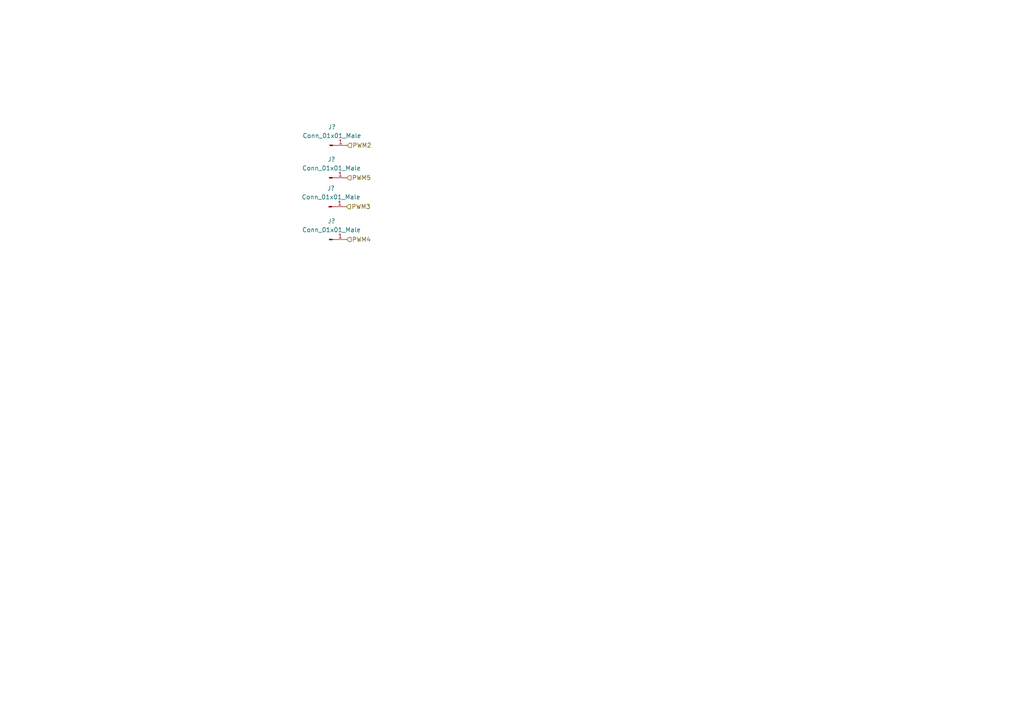
<source format=kicad_sch>
(kicad_sch (version 20211123) (generator eeschema)
  (paper "A4")
  (lib_symbols
    (symbol "Connector:Conn_01x01_Male" (pin_names (offset 1.016) hide)
      (property "Reference" "J" (at 0 2.54 0))
      (property "Value" "Conn_01x01_Male" (at 0 -2.54 0))
      (symbol "Conn_01x01_Male_1_1"
        (polyline (pts (xy 1.27 0) (xy 0.8636 0)) (stroke (width 0.1524)))
        (rectangle (start 0.8636 0.127) (end 0 -0.127) (stroke (width 0.1524)) (fill (type outline)))
        (pin passive line (at 5.08 0 180) (length 3.81) (name "Pin_1") (number "1"))
      )
    )
  )
  (hierarchical_label "PWM3" (shape input) (at 100.457 59.944 0))
  (hierarchical_label "PWM2" (shape input) (at 100.711 42.164 0))
  (hierarchical_label "PWM5" (shape input) (at 100.584 51.562 0))
  (hierarchical_label "PWM4" (shape input) (at 100.584 69.469 0))
  (symbol (lib_id "Connector:Conn_01x01_Male") (at 95.504 51.562 0) (unit 1)
    (property "Reference" "J?" (at 96.139 46.228 0))
    (property "Value" "Conn_01x01_Male" (at 96.139 48.768 0))
  )
  (symbol (lib_id "Connector:Conn_01x01_Male") (at 95.377 59.944 0) (unit 1)
    (property "Reference" "J?" (at 96.012 54.61 0))
    (property "Value" "Conn_01x01_Male" (at 96.012 57.15 0))
  )
  (symbol (lib_id "Connector:Conn_01x01_Male") (at 95.504 69.469 0) (unit 1)
    (property "Reference" "J?" (at 96.139 64.135 0))
    (property "Value" "Conn_01x01_Male" (at 96.139 66.675 0))
  )
  (symbol (lib_id "Connector:Conn_01x01_Male") (at 95.631 42.164 0) (unit 1)
    (property "Reference" "J?" (at 96.266 36.83 0))
    (property "Value" "Conn_01x01_Male" (at 96.266 39.37 0))
  )
)
</source>
